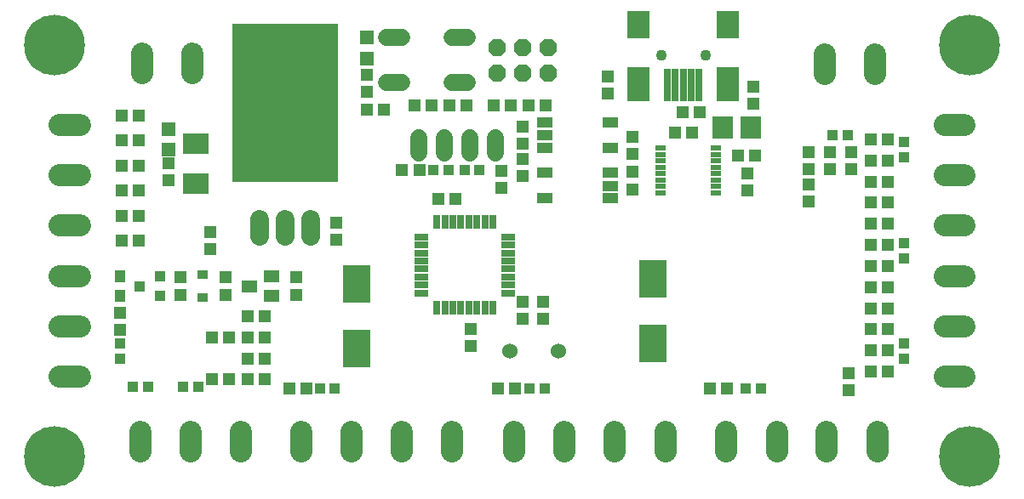
<source format=gbr>
G04 EAGLE Gerber RS-274X export*
G75*
%MOMM*%
%FSLAX34Y34*%
%LPD*%
%INSoldermask Top*%
%IPPOS*%
%AMOC8*
5,1,8,0,0,1.08239X$1,22.5*%
G01*
%ADD10C,1.879600*%
%ADD11C,3.505200*%
%ADD12C,2.184400*%
%ADD13R,0.762000X1.473200*%
%ADD14R,1.473200X0.762000*%
%ADD15C,6.045200*%
%ADD16R,2.603200X2.003200*%
%ADD17C,1.524000*%
%ADD18R,1.203200X1.303200*%
%ADD19R,2.703200X3.703200*%
%ADD20R,1.403200X1.403200*%
%ADD21R,1.303200X1.203200*%
%ADD22C,1.727200*%
%ADD23R,1.503200X1.053200*%
%ADD24R,1.117600X0.609600*%
%ADD25R,2.003200X2.203200*%
%ADD26P,1.869504X8X22.500000*%
%ADD27R,2.203200X2.703200*%
%ADD28R,2.203200X3.503200*%
%ADD29R,0.703200X3.303200*%
%ADD30C,1.103200*%
%ADD31R,1.003200X1.003200*%
%ADD32R,1.603200X1.203200*%
%ADD33R,1.033200X0.833200*%
%ADD34R,1.103200X1.003200*%
%ADD35R,1.003200X1.203200*%

G36*
X325035Y318505D02*
X325035Y318505D01*
X325071Y318502D01*
X325207Y318525D01*
X325343Y318541D01*
X325377Y318553D01*
X325412Y318558D01*
X325539Y318611D01*
X325669Y318658D01*
X325698Y318678D01*
X325731Y318691D01*
X325843Y318772D01*
X325958Y318847D01*
X325983Y318873D01*
X326011Y318893D01*
X326102Y318998D01*
X326197Y319097D01*
X326215Y319128D01*
X326238Y319154D01*
X326302Y319277D01*
X326372Y319395D01*
X326382Y319429D01*
X326399Y319461D01*
X326433Y319594D01*
X326474Y319726D01*
X326476Y319761D01*
X326485Y319795D01*
X326499Y320000D01*
X326499Y475000D01*
X326495Y475035D01*
X326498Y475071D01*
X326475Y475207D01*
X326459Y475343D01*
X326447Y475377D01*
X326442Y475412D01*
X326389Y475539D01*
X326342Y475669D01*
X326323Y475698D01*
X326309Y475731D01*
X326228Y475843D01*
X326153Y475958D01*
X326127Y475983D01*
X326107Y476011D01*
X326003Y476102D01*
X325903Y476197D01*
X325872Y476215D01*
X325846Y476238D01*
X325723Y476302D01*
X325605Y476372D01*
X325571Y476382D01*
X325539Y476399D01*
X325406Y476433D01*
X325274Y476474D01*
X325239Y476476D01*
X325205Y476485D01*
X325000Y476499D01*
X223000Y476499D01*
X222965Y476495D01*
X222929Y476498D01*
X222793Y476475D01*
X222657Y476459D01*
X222623Y476447D01*
X222588Y476442D01*
X222461Y476389D01*
X222331Y476342D01*
X222302Y476323D01*
X222269Y476309D01*
X222157Y476228D01*
X222042Y476153D01*
X222017Y476127D01*
X221989Y476107D01*
X221898Y476003D01*
X221803Y475903D01*
X221785Y475872D01*
X221762Y475846D01*
X221698Y475723D01*
X221628Y475605D01*
X221618Y475571D01*
X221601Y475539D01*
X221567Y475406D01*
X221526Y475274D01*
X221524Y475239D01*
X221515Y475205D01*
X221501Y475000D01*
X221501Y320000D01*
X221505Y319965D01*
X221502Y319929D01*
X221525Y319793D01*
X221541Y319657D01*
X221553Y319623D01*
X221558Y319588D01*
X221611Y319461D01*
X221658Y319331D01*
X221678Y319302D01*
X221691Y319269D01*
X221772Y319157D01*
X221847Y319042D01*
X221873Y319017D01*
X221893Y318989D01*
X221998Y318898D01*
X222097Y318803D01*
X222128Y318785D01*
X222154Y318762D01*
X222277Y318698D01*
X222395Y318628D01*
X222429Y318618D01*
X222461Y318601D01*
X222594Y318567D01*
X222726Y318526D01*
X222761Y318524D01*
X222795Y318515D01*
X223000Y318501D01*
X325000Y318501D01*
X325035Y318505D01*
G37*
D10*
X248600Y264918D02*
X248600Y281682D01*
X274000Y281682D02*
X274000Y264918D01*
X299400Y264918D02*
X299400Y281682D01*
D11*
X274000Y423160D03*
D12*
X181846Y426694D02*
X181846Y446506D01*
X131554Y446506D02*
X131554Y426694D01*
D13*
X424900Y193074D03*
X432900Y193074D03*
X440900Y193074D03*
X448900Y193074D03*
X456900Y193074D03*
X464900Y193074D03*
X472900Y193074D03*
X480900Y193074D03*
D14*
X495826Y208000D03*
X495826Y216000D03*
X495826Y224000D03*
X495826Y232000D03*
X495826Y240000D03*
X495826Y248000D03*
X495826Y256000D03*
X495826Y264000D03*
D13*
X480900Y278926D03*
X472900Y278926D03*
X464900Y278926D03*
X456900Y278926D03*
X448900Y278926D03*
X440900Y278926D03*
X432900Y278926D03*
X424900Y278926D03*
D14*
X409974Y264000D03*
X409974Y256000D03*
X409974Y248000D03*
X409974Y240000D03*
X409974Y232000D03*
X409974Y224000D03*
X409974Y216000D03*
X409974Y208000D03*
D15*
X955000Y45000D03*
X955000Y455000D03*
X45000Y45000D03*
X45000Y455000D03*
D16*
X185000Y316750D03*
X185000Y357250D03*
D17*
X546130Y150000D03*
X497870Y150000D03*
D18*
X510000Y199500D03*
X510000Y182500D03*
X531000Y182500D03*
X531000Y199500D03*
X355500Y391000D03*
X372500Y391000D03*
X200000Y268500D03*
X200000Y251500D03*
X325000Y278500D03*
X325000Y261500D03*
D19*
X345000Y217500D03*
X345000Y152500D03*
X640000Y222500D03*
X640000Y157500D03*
D20*
X158000Y371500D03*
X158000Y350500D03*
X355000Y462500D03*
X355000Y441500D03*
D21*
X158000Y337500D03*
X158000Y320500D03*
X355000Y425500D03*
X355000Y408500D03*
D22*
X439892Y417394D02*
X455132Y417394D01*
X455132Y462606D02*
X439892Y462606D01*
X390108Y417394D02*
X374868Y417394D01*
X374868Y462606D02*
X390108Y462606D01*
D21*
X620000Y346500D03*
X620000Y363500D03*
X510000Y324500D03*
X510000Y341500D03*
X724500Y345000D03*
X741500Y345000D03*
D18*
X734000Y310500D03*
X734000Y327500D03*
D23*
X532488Y365254D03*
X532488Y377700D03*
X597512Y377700D03*
X597512Y352300D03*
X532488Y352300D03*
X597512Y314746D03*
X597512Y302300D03*
X532488Y302300D03*
X532488Y327700D03*
X597512Y327700D03*
D21*
X620000Y311500D03*
X620000Y328500D03*
D24*
X702178Y307775D03*
X702178Y314125D03*
X702178Y320475D03*
X702178Y326825D03*
X702178Y333175D03*
X702178Y339525D03*
X702178Y345875D03*
X702178Y352225D03*
X647822Y352225D03*
X647822Y345875D03*
X647822Y339525D03*
X647822Y333175D03*
X647822Y326825D03*
X647822Y320475D03*
X647822Y314125D03*
X647822Y307775D03*
D18*
X595000Y406500D03*
X595000Y423500D03*
X669500Y388000D03*
X686500Y388000D03*
X678500Y368000D03*
X661500Y368000D03*
X740000Y396500D03*
X740000Y413500D03*
D25*
X709000Y373000D03*
X737000Y373000D03*
D21*
X510000Y356500D03*
X510000Y373500D03*
D26*
X484600Y427300D03*
X484600Y452700D03*
X510000Y427300D03*
X510000Y452700D03*
X535400Y427300D03*
X535400Y452700D03*
D27*
X625500Y475000D03*
X714500Y475000D03*
D28*
X625500Y416000D03*
X714500Y416000D03*
D29*
X686000Y415000D03*
X678000Y415000D03*
X670000Y415000D03*
X662000Y415000D03*
X654000Y415000D03*
D30*
X692000Y445000D03*
X648000Y445000D03*
D22*
X483100Y362620D02*
X483100Y347380D01*
X457700Y347380D02*
X457700Y362620D01*
X432300Y362620D02*
X432300Y347380D01*
X406900Y347380D02*
X406900Y362620D01*
D31*
X436500Y331000D03*
X421500Y331000D03*
X452500Y331000D03*
X467500Y331000D03*
D18*
X407500Y331000D03*
X390500Y331000D03*
D21*
X489000Y329500D03*
X489000Y312500D03*
D18*
X498500Y395000D03*
X481500Y395000D03*
X454500Y395000D03*
X437500Y395000D03*
X419500Y395000D03*
X402500Y395000D03*
D12*
X289816Y69906D02*
X289816Y50094D01*
X340108Y50094D02*
X340108Y69906D01*
X389892Y69906D02*
X389892Y50094D01*
X440184Y50094D02*
X440184Y69906D01*
X501816Y69906D02*
X501816Y50094D01*
X552108Y50094D02*
X552108Y69906D01*
X601892Y69906D02*
X601892Y50094D01*
X652184Y50094D02*
X652184Y69906D01*
X712816Y69906D02*
X712816Y50094D01*
X763108Y50094D02*
X763108Y69906D01*
X812892Y69906D02*
X812892Y50094D01*
X863184Y50094D02*
X863184Y69906D01*
X930094Y124778D02*
X949906Y124778D01*
X949906Y174816D02*
X930094Y174816D01*
X930094Y224854D02*
X949906Y224854D01*
X949906Y275146D02*
X930094Y275146D01*
X930094Y325184D02*
X949906Y325184D01*
X949906Y375222D02*
X930094Y375222D01*
D21*
X111500Y285000D03*
X128500Y285000D03*
X111500Y335000D03*
X128500Y335000D03*
X111500Y385000D03*
X128500Y385000D03*
D18*
X111500Y360000D03*
X128500Y360000D03*
X111500Y310000D03*
X128500Y310000D03*
X111500Y260000D03*
X128500Y260000D03*
D12*
X861146Y426094D02*
X861146Y445906D01*
X810854Y445906D02*
X810854Y426094D01*
X69906Y375222D02*
X50094Y375222D01*
X50094Y325184D02*
X69906Y325184D01*
X69906Y275146D02*
X50094Y275146D01*
X50094Y224854D02*
X69906Y224854D01*
X69906Y174816D02*
X50094Y174816D01*
X50094Y124778D02*
X69906Y124778D01*
D21*
X443500Y302000D03*
X426500Y302000D03*
D18*
X459000Y172500D03*
X459000Y155500D03*
D21*
X816000Y331500D03*
X816000Y348500D03*
D18*
X795000Y331500D03*
X795000Y348500D03*
D21*
X795000Y316500D03*
X795000Y299500D03*
D18*
X873500Y130000D03*
X856500Y130000D03*
X873500Y214000D03*
X856500Y214000D03*
X873500Y319000D03*
X856500Y319000D03*
D21*
X856500Y340000D03*
X873500Y340000D03*
X856500Y235000D03*
X873500Y235000D03*
X856500Y151000D03*
X873500Y151000D03*
D18*
X873500Y193000D03*
X856500Y193000D03*
X873500Y277000D03*
X856500Y277000D03*
X873500Y298000D03*
X856500Y298000D03*
D31*
X890000Y343500D03*
X890000Y358500D03*
D18*
X873500Y361000D03*
X856500Y361000D03*
X873500Y256000D03*
X856500Y256000D03*
X873500Y172000D03*
X856500Y172000D03*
D31*
X890000Y242500D03*
X890000Y257500D03*
X890000Y142500D03*
X890000Y157500D03*
D18*
X278500Y113000D03*
X295500Y113000D03*
X485500Y113000D03*
X502500Y113000D03*
X696500Y113000D03*
X713500Y113000D03*
D31*
X323500Y113000D03*
X308500Y113000D03*
X532500Y113000D03*
X517500Y113000D03*
X747500Y113000D03*
X732500Y113000D03*
D21*
X170000Y223500D03*
X170000Y206500D03*
D32*
X239000Y215000D03*
X261000Y224500D03*
X261000Y205500D03*
D21*
X285000Y223500D03*
X285000Y206500D03*
X215000Y206500D03*
X215000Y223500D03*
D33*
X192000Y226500D03*
X192000Y203500D03*
D34*
X150000Y205500D03*
X150000Y224500D03*
X129000Y215000D03*
D35*
X110000Y225000D03*
X110000Y205000D03*
D18*
X253500Y164000D03*
X236500Y164000D03*
X253500Y122000D03*
X236500Y122000D03*
D21*
X516500Y395000D03*
X533500Y395000D03*
D31*
X818500Y365000D03*
X833500Y365000D03*
D21*
X837000Y331500D03*
X837000Y348500D03*
X110000Y171500D03*
X110000Y188500D03*
D31*
X110000Y142500D03*
X110000Y157500D03*
X122500Y115000D03*
X137500Y115000D03*
X172500Y115000D03*
X187500Y115000D03*
D18*
X253500Y185000D03*
X236500Y185000D03*
X253500Y143000D03*
X236500Y143000D03*
D12*
X129962Y69906D02*
X129962Y50094D01*
X180000Y50094D02*
X180000Y69906D01*
X230038Y69906D02*
X230038Y50094D01*
D21*
X218500Y164000D03*
X201500Y164000D03*
X218500Y122000D03*
X201500Y122000D03*
X835000Y128500D03*
X835000Y111500D03*
M02*

</source>
